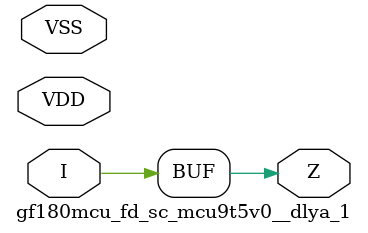
<source format=v>

module gf180mcu_fd_sc_mcu9t5v0__dlya_1( I, Z, VDD, VSS );
input I;
inout VDD, VSS;
output Z;

	buf MGM_BG_0( Z, I );

endmodule

</source>
